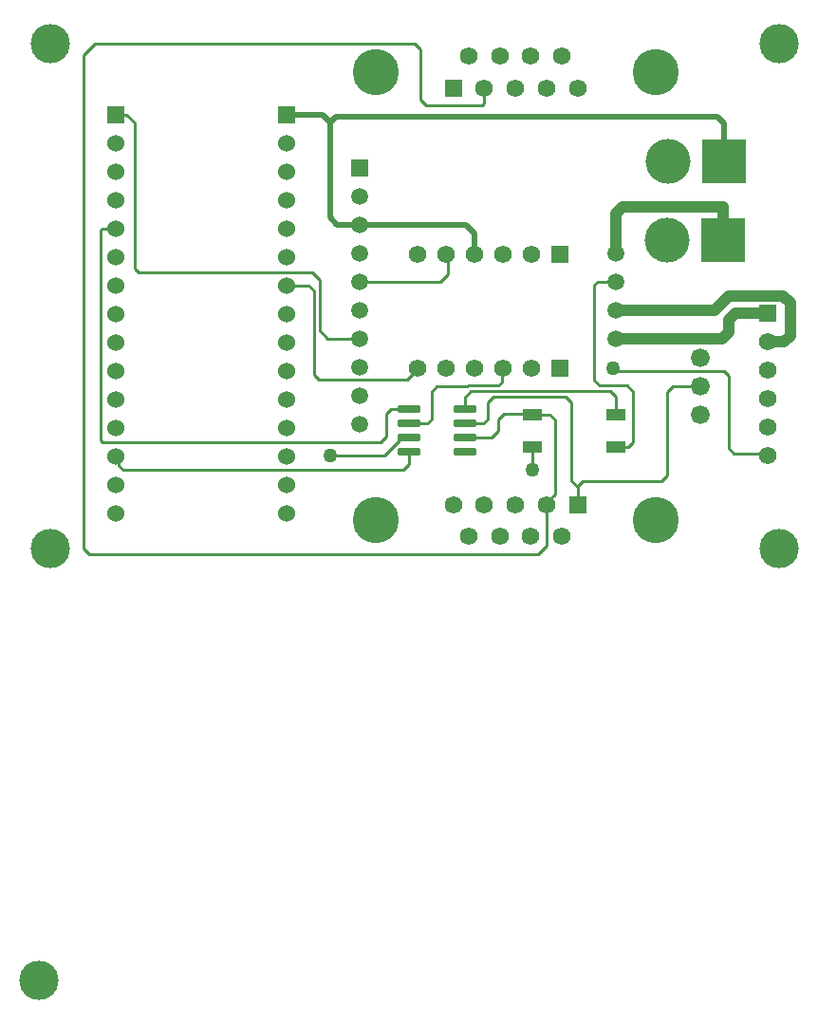
<source format=gtl>
G04*
G04 #@! TF.GenerationSoftware,Altium Limited,Altium Designer,22.8.2 (66)*
G04*
G04 Layer_Physical_Order=1*
G04 Layer_Color=255*
%FSLAX42Y42*%
%MOMM*%
G71*
G04*
G04 #@! TF.SameCoordinates,4D0E1578-71B7-4E3A-80EC-8B728BAD2CF4*
G04*
G04*
G04 #@! TF.FilePolarity,Positive*
G04*
G01*
G75*
%ADD13C,0.25*%
G04:AMPARAMS|DCode=14|XSize=1.97mm|YSize=0.6mm|CornerRadius=0.08mm|HoleSize=0mm|Usage=FLASHONLY|Rotation=0.000|XOffset=0mm|YOffset=0mm|HoleType=Round|Shape=RoundedRectangle|*
%AMROUNDEDRECTD14*
21,1,1.97,0.45,0,0,0.0*
21,1,1.82,0.60,0,0,0.0*
1,1,0.15,0.91,-0.23*
1,1,0.15,-0.91,-0.23*
1,1,0.15,-0.91,0.23*
1,1,0.15,0.91,0.23*
%
%ADD14ROUNDEDRECTD14*%
%ADD15R,1.77X1.13*%
%ADD33C,0.50*%
%ADD34C,1.00*%
%ADD35C,4.12*%
%ADD36R,1.58X1.58*%
%ADD37C,1.58*%
%ADD38R,1.51X1.51*%
%ADD39C,1.51*%
%ADD40C,1.53*%
%ADD41R,1.53X1.53*%
%ADD42R,1.56X1.56*%
%ADD43C,1.56*%
%ADD44C,4.00*%
%ADD45R,4.00X4.00*%
%ADD46C,3.50*%
%ADD47R,1.56X1.56*%
%ADD48C,1.68*%
%ADD49C,1.27*%
D13*
X6300Y1150D02*
Y1790D01*
X6260Y1830D02*
X6300Y1790D01*
X5300Y1830D02*
X6260D01*
X5270Y1860D02*
X5300Y1830D01*
X5398Y1702D02*
X5450Y1650D01*
X5150Y1702D02*
X5398D01*
X6300Y1150D02*
X6350Y1100D01*
X6630D01*
X6650Y1080D01*
X2651Y2199D02*
Y2649D01*
X2588Y2712D02*
X2651Y2649D01*
X2409Y2712D02*
X2588D01*
X1000Y2750D02*
X1038Y2712D01*
X2315D01*
X838Y4122D02*
X928D01*
X1000Y4050D01*
Y2750D02*
Y4050D01*
X2315Y2712D02*
X2409D01*
X2651Y2199D02*
X2726Y2124D01*
X3014D01*
X3200Y1200D02*
X3250Y1250D01*
X900Y950D02*
X3400D01*
X716Y1200D02*
X3200D01*
X701Y1215D02*
X716Y1200D01*
X3400Y950D02*
X3453Y1003D01*
X701Y1215D02*
Y3091D01*
X2750Y1080D02*
X3230D01*
X862Y988D02*
X900Y950D01*
X3453Y1003D02*
Y1110D01*
X862Y988D02*
Y1049D01*
X5403Y1153D02*
X5450Y1200D01*
X5300Y1153D02*
X5403D01*
X5450Y1200D02*
Y1650D01*
X5100Y1752D02*
X5150Y1702D01*
X5100Y1752D02*
Y2600D01*
X5132Y2632D01*
X5300D01*
X3550Y4250D02*
X3600Y4200D01*
X4123Y4223D02*
Y4358D01*
X3600Y4200D02*
X4100D01*
X4123Y4223D01*
X3550Y4250D02*
Y4700D01*
X4677Y277D02*
Y661D01*
X600Y200D02*
X4600D01*
X4677Y277D01*
X550Y250D02*
X600Y200D01*
X550Y250D02*
Y4650D01*
X650Y4750D02*
X3500D01*
X550Y4650D02*
X650Y4750D01*
X3947Y1597D02*
X4001Y1651D01*
X5249D01*
X3976Y1702D02*
X4250D01*
X4282Y1734D02*
Y1840D01*
X3700Y1700D02*
X3974D01*
X4282Y1840D02*
X4292Y1850D01*
X4250Y1702D02*
X4282Y1734D01*
X5249Y1651D02*
X5300Y1600D01*
X3947Y1490D02*
Y1597D01*
X3974Y1700D02*
X3976Y1702D01*
X716Y3106D02*
X838D01*
X701Y3091D02*
X716Y3106D01*
X3500Y4750D02*
X3550Y4700D01*
X3732Y2632D02*
X3800Y2700D01*
X3784Y2866D02*
X3800Y2850D01*
Y2700D02*
Y2850D01*
X2552Y2598D02*
X2600Y2550D01*
X2362Y2598D02*
X2552D01*
X2600Y1800D02*
Y2550D01*
Y1800D02*
X2643Y1757D01*
X3437D02*
X3530Y1850D01*
X2643Y1757D02*
X3437D01*
X3014Y2632D02*
X3732D01*
X3650Y1650D02*
X3700Y1700D01*
X3650Y1400D02*
Y1650D01*
X3453Y1364D02*
X3613D01*
X3650Y1400D01*
X4850Y1600D02*
X4900Y1550D01*
X4200Y1600D02*
X4850D01*
X4900Y850D02*
Y1550D01*
X4150D02*
X4200Y1600D01*
X4150Y1400D02*
Y1550D01*
X5300Y1450D02*
Y1600D01*
X4550Y1000D02*
Y1153D01*
X3367Y1217D02*
Y1219D01*
X3385Y1236D01*
X3453D01*
X3230Y1080D02*
X3367Y1217D01*
X3250Y1250D02*
Y1450D01*
X4677Y661D02*
X4750Y734D01*
Y1400D01*
X4703Y1447D02*
X4750Y1400D01*
X4550Y1447D02*
X4703D01*
X4250Y1300D02*
Y1400D01*
X4187Y1236D02*
X4250Y1300D01*
X3947Y1236D02*
X4187D01*
X4300Y1450D02*
X4547D01*
X4250Y1400D02*
X4300Y1450D01*
X4547D02*
X4550Y1447D01*
X4113Y1364D02*
X4150Y1400D01*
X4900Y850D02*
X4946Y804D01*
X4954D01*
X3947Y1364D02*
X4113D01*
X5800Y1700D02*
X6050D01*
X5750Y1650D02*
X5800Y1700D01*
X5750Y900D02*
Y1650D01*
X5000Y850D02*
X5700D01*
X5750Y900D01*
X4954Y642D02*
Y804D01*
X5000Y850D01*
X838Y1073D02*
X862Y1049D01*
X3290Y1490D02*
X3453D01*
X3250Y1450D02*
X3290Y1490D01*
D14*
X3453D02*
D03*
Y1364D02*
D03*
Y1236D02*
D03*
Y1110D02*
D03*
X3947D02*
D03*
Y1236D02*
D03*
Y1364D02*
D03*
Y1490D02*
D03*
D15*
X4550Y1447D02*
D03*
Y1153D02*
D03*
X5300Y1447D02*
D03*
Y1153D02*
D03*
D33*
X6200Y4100D02*
X6260Y4040D01*
X2800Y4100D02*
X6200D01*
X2750Y4050D02*
X2800Y4100D01*
X6260Y3700D02*
Y4040D01*
X3014Y3140D02*
X3960D01*
X4038Y2866D02*
Y3062D01*
X3960Y3140D02*
X4038Y3062D01*
X2810Y3140D02*
X3014D01*
X2750Y3200D02*
Y4050D01*
Y3200D02*
X2810Y3140D01*
X2678Y4122D02*
X2750Y4050D01*
X2362Y4122D02*
X2678D01*
D34*
X6178Y2378D02*
X6303Y2503D01*
X5300Y2378D02*
X6178D01*
X6300Y2291D02*
X6359Y2350D01*
X6300Y2183D02*
Y2291D01*
X6359Y2350D02*
X6650D01*
X6303Y2503D02*
X6788D01*
X6850Y2150D02*
Y2441D01*
X6788Y2503D02*
X6850Y2441D01*
X6796Y2096D02*
X6850Y2150D01*
X6650Y2096D02*
X6796D01*
X6241Y2124D02*
X6300Y2183D01*
X5300Y2124D02*
X6241D01*
X5300Y2886D02*
Y3241D01*
X5359Y3300D01*
X6250D01*
Y3000D02*
Y3300D01*
D35*
X5649Y500D02*
D03*
X3150D02*
D03*
X5649Y4500D02*
D03*
X3150D02*
D03*
D36*
X4954Y642D02*
D03*
X3846Y4358D02*
D03*
D37*
X4815Y358D02*
D03*
X4677Y642D02*
D03*
X4538Y358D02*
D03*
X4400Y642D02*
D03*
X4262Y358D02*
D03*
X4123Y642D02*
D03*
X3985Y358D02*
D03*
X3846Y642D02*
D03*
X4954Y4358D02*
D03*
X4815Y4642D02*
D03*
X4677Y4358D02*
D03*
X4538Y4642D02*
D03*
X4400Y4358D02*
D03*
X4262Y4642D02*
D03*
X4123Y4358D02*
D03*
X3985Y4642D02*
D03*
D38*
X3014Y3648D02*
D03*
D39*
Y3140D02*
D03*
Y2886D02*
D03*
Y2632D02*
D03*
Y2378D02*
D03*
Y2124D02*
D03*
Y1870D02*
D03*
Y1616D02*
D03*
Y1362D02*
D03*
Y3394D02*
D03*
X5300Y2886D02*
D03*
Y2632D02*
D03*
Y2378D02*
D03*
Y2124D02*
D03*
D40*
X838Y566D02*
D03*
Y819D02*
D03*
Y1073D02*
D03*
Y1327D02*
D03*
Y1581D02*
D03*
Y1835D02*
D03*
Y2090D02*
D03*
Y2343D02*
D03*
Y2598D02*
D03*
Y2851D02*
D03*
Y3106D02*
D03*
Y3360D02*
D03*
Y3613D02*
D03*
Y3867D02*
D03*
X2362Y566D02*
D03*
Y819D02*
D03*
Y1073D02*
D03*
Y1327D02*
D03*
Y1581D02*
D03*
Y1835D02*
D03*
Y2090D02*
D03*
Y2343D02*
D03*
Y2598D02*
D03*
Y2851D02*
D03*
Y3106D02*
D03*
Y3360D02*
D03*
Y3613D02*
D03*
Y3867D02*
D03*
D41*
X838Y4122D02*
D03*
X2362D02*
D03*
D42*
X4795Y2871D02*
D03*
Y1855D02*
D03*
D43*
X4287Y2871D02*
D03*
X4033D02*
D03*
X3779D02*
D03*
X3525D02*
D03*
X4541D02*
D03*
Y1855D02*
D03*
X4287D02*
D03*
X4033D02*
D03*
X3779D02*
D03*
X3525D02*
D03*
X6650Y1080D02*
D03*
Y1334D02*
D03*
Y1588D02*
D03*
Y1842D02*
D03*
Y2096D02*
D03*
D44*
X5760Y3700D02*
D03*
X5750Y3000D02*
D03*
D45*
X6260Y3700D02*
D03*
X6250Y3000D02*
D03*
D46*
X250Y250D02*
D03*
X6750D02*
D03*
Y4750D02*
D03*
X250D02*
D03*
X150Y-3600D02*
D03*
D47*
X6650Y2350D02*
D03*
D48*
X6050Y1954D02*
D03*
Y1446D02*
D03*
Y1700D02*
D03*
D49*
X5270Y1860D02*
D03*
X2750Y1080D02*
D03*
X4550Y950D02*
D03*
M02*

</source>
